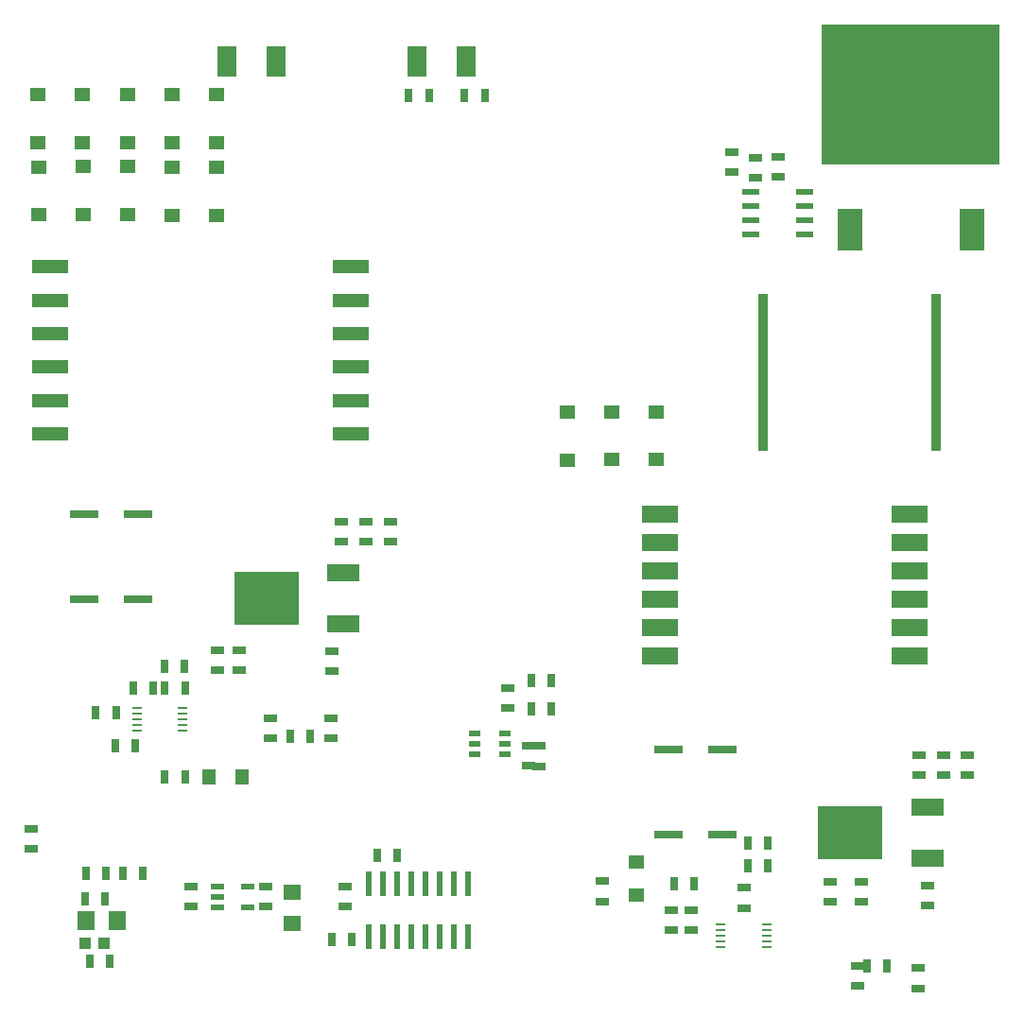
<source format=gtp>
G75*
%MOIN*%
%OFA0B0*%
%FSLAX25Y25*%
%IPPOS*%
%LPD*%
%AMOC8*
5,1,8,0,0,1.08239X$1,22.5*
%
%ADD10R,0.03150X0.04724*%
%ADD11R,0.05787X0.05000*%
%ADD12R,0.11811X0.06299*%
%ADD13R,0.22500X0.19000*%
%ADD14R,0.04724X0.03150*%
%ADD15R,0.03445X0.00984*%
%ADD16R,0.13000X0.05000*%
%ADD17R,0.04724X0.05512*%
%ADD18R,0.13000X0.06000*%
%ADD19R,0.05512X0.04724*%
%ADD20R,0.04134X0.02362*%
%ADD21R,0.06102X0.02362*%
%ADD22R,0.04331X0.03937*%
%ADD23R,0.06299X0.07087*%
%ADD24R,0.10236X0.03150*%
%ADD25R,0.09134X0.15000*%
%ADD26R,0.62795X0.49409*%
%ADD27R,0.03543X0.55512*%
%ADD28R,0.02208X0.08583*%
%ADD29R,0.07087X0.10630*%
%ADD30R,0.04724X0.02362*%
%ADD31R,0.06299X0.05512*%
D10*
X0070783Y0034899D03*
X0077869Y0034899D03*
X0076184Y0056918D03*
X0069098Y0056918D03*
X0069394Y0065869D03*
X0076480Y0065869D03*
X0082594Y0065869D03*
X0089680Y0065869D03*
X0097328Y0099815D03*
X0104415Y0099815D03*
X0086828Y0111011D03*
X0079742Y0111011D03*
X0080117Y0122769D03*
X0073030Y0122769D03*
X0086068Y0131400D03*
X0093154Y0131400D03*
X0097350Y0131312D03*
X0104436Y0131312D03*
X0104143Y0138818D03*
X0097056Y0138818D03*
X0141564Y0114398D03*
X0148650Y0114398D03*
X0172272Y0072272D03*
X0179359Y0072272D03*
X0163217Y0042524D03*
X0156131Y0042524D03*
X0226603Y0123847D03*
X0233690Y0123847D03*
X0233690Y0134083D03*
X0226603Y0134083D03*
X0276923Y0062150D03*
X0284009Y0062150D03*
X0302805Y0068726D03*
X0309891Y0068726D03*
X0309991Y0076626D03*
X0302905Y0076626D03*
X0344713Y0033296D03*
X0351800Y0033296D03*
X0210068Y0340383D03*
X0202981Y0340383D03*
X0190383Y0340383D03*
X0183296Y0340383D03*
D11*
X0115542Y0340624D03*
X0099794Y0340624D03*
X0084046Y0340624D03*
X0068298Y0340624D03*
X0052550Y0340624D03*
X0052550Y0323694D03*
X0052928Y0315106D03*
X0068499Y0315156D03*
X0068298Y0323694D03*
X0084046Y0323694D03*
X0084099Y0315156D03*
X0099794Y0315033D03*
X0099794Y0323694D03*
X0115542Y0323694D03*
X0115542Y0315033D03*
X0115542Y0298104D03*
X0099794Y0298104D03*
X0084099Y0298227D03*
X0068499Y0298227D03*
X0052928Y0298176D03*
X0239217Y0228696D03*
X0254789Y0228746D03*
X0270389Y0228746D03*
X0270389Y0211817D03*
X0254789Y0211817D03*
X0239217Y0211767D03*
D12*
X0160205Y0171868D03*
X0160205Y0153915D03*
X0366054Y0089165D03*
X0366054Y0071213D03*
D13*
X0338896Y0080189D03*
X0133047Y0162891D03*
D14*
X0123513Y0144635D03*
X0123513Y0137548D03*
X0115863Y0137548D03*
X0115863Y0144635D03*
X0134477Y0120698D03*
X0134477Y0113611D03*
X0155737Y0113611D03*
X0155737Y0120698D03*
X0156169Y0137348D03*
X0156169Y0144435D03*
X0159599Y0182948D03*
X0159599Y0190035D03*
X0168199Y0190035D03*
X0168199Y0182948D03*
X0176999Y0182948D03*
X0176999Y0190035D03*
X0218335Y0131328D03*
X0218335Y0124241D03*
X0225422Y0111098D03*
X0229359Y0110855D03*
X0229359Y0103769D03*
X0225422Y0104011D03*
X0251406Y0063217D03*
X0251406Y0056131D03*
X0275728Y0052909D03*
X0275728Y0045823D03*
X0282908Y0045862D03*
X0282908Y0052949D03*
X0301548Y0053783D03*
X0301548Y0060869D03*
X0331948Y0063132D03*
X0331948Y0056046D03*
X0342748Y0056046D03*
X0342748Y0063132D03*
X0366348Y0061732D03*
X0366348Y0054646D03*
X0362824Y0032509D03*
X0362824Y0025422D03*
X0341564Y0026209D03*
X0341564Y0033296D03*
X0363348Y0100646D03*
X0363348Y0107732D03*
X0371948Y0107732D03*
X0371948Y0100646D03*
X0380348Y0100646D03*
X0380348Y0107732D03*
X0313472Y0311564D03*
X0313472Y0318650D03*
X0305598Y0318420D03*
X0305598Y0311334D03*
X0297076Y0313217D03*
X0297076Y0320304D03*
X0050162Y0081750D03*
X0050162Y0074663D03*
X0106524Y0061249D03*
X0106524Y0054162D03*
X0132902Y0054162D03*
X0132902Y0061249D03*
X0160871Y0061249D03*
X0160871Y0054162D03*
D15*
X0103679Y0116321D03*
X0103679Y0118290D03*
X0103679Y0120258D03*
X0103679Y0122227D03*
X0103679Y0124195D03*
X0087439Y0124195D03*
X0087439Y0122227D03*
X0087439Y0120258D03*
X0087439Y0118290D03*
X0087439Y0116321D03*
X0293288Y0047830D03*
X0293288Y0045861D03*
X0293288Y0043893D03*
X0293288Y0041924D03*
X0293288Y0039956D03*
X0309528Y0039956D03*
X0309528Y0041924D03*
X0309528Y0043893D03*
X0309528Y0045861D03*
X0309528Y0047830D03*
D16*
X0162994Y0220875D03*
X0162994Y0232675D03*
X0162994Y0244475D03*
X0162994Y0256275D03*
X0162994Y0268075D03*
X0162994Y0279875D03*
X0056994Y0279875D03*
X0056994Y0268075D03*
X0056994Y0256275D03*
X0056994Y0244475D03*
X0056994Y0232675D03*
X0056994Y0220875D03*
D17*
X0112806Y0099891D03*
X0124617Y0099891D03*
D18*
X0271943Y0142672D03*
X0271943Y0152672D03*
X0271943Y0162672D03*
X0271943Y0172672D03*
X0271943Y0182672D03*
X0271943Y0192672D03*
X0359743Y0192672D03*
X0359743Y0182672D03*
X0359743Y0172672D03*
X0359743Y0162672D03*
X0359743Y0152672D03*
X0359743Y0142672D03*
D19*
X0263671Y0070048D03*
X0263671Y0058237D03*
D20*
X0217074Y0107934D03*
X0217074Y0111674D03*
X0217074Y0115414D03*
X0206444Y0115414D03*
X0206444Y0111674D03*
X0206444Y0107934D03*
D21*
X0303850Y0291276D03*
X0303850Y0296276D03*
X0303850Y0301276D03*
X0303850Y0306276D03*
X0322748Y0306276D03*
X0322748Y0301276D03*
X0322748Y0296276D03*
X0322748Y0291276D03*
D22*
X0076013Y0041425D03*
X0069320Y0041425D03*
D23*
X0069677Y0049299D03*
X0080701Y0049299D03*
D24*
X0087860Y0162600D03*
X0068962Y0162600D03*
X0068962Y0192600D03*
X0087860Y0192600D03*
X0275025Y0109800D03*
X0293923Y0109800D03*
X0293923Y0079800D03*
X0275025Y0079800D03*
D25*
X0338791Y0292820D03*
X0381704Y0292820D03*
D26*
X0360247Y0340733D03*
D27*
X0369161Y0242609D03*
X0308137Y0242609D03*
D28*
X0204339Y0062290D03*
X0199339Y0062290D03*
X0194339Y0062290D03*
X0189339Y0062290D03*
X0184339Y0062290D03*
X0179339Y0062290D03*
X0174339Y0062290D03*
X0169339Y0062290D03*
X0169339Y0043672D03*
X0174339Y0043672D03*
X0179339Y0043672D03*
X0184339Y0043672D03*
X0189339Y0043672D03*
X0194339Y0043672D03*
X0199339Y0043672D03*
X0204339Y0043672D03*
D29*
X0203375Y0352194D03*
X0186052Y0352194D03*
X0136446Y0352194D03*
X0119123Y0352194D03*
D30*
X0115776Y0061446D03*
X0115776Y0057706D03*
X0115776Y0053965D03*
X0126406Y0053965D03*
X0126406Y0061446D03*
D31*
X0142351Y0059280D03*
X0142351Y0048257D03*
M02*

</source>
